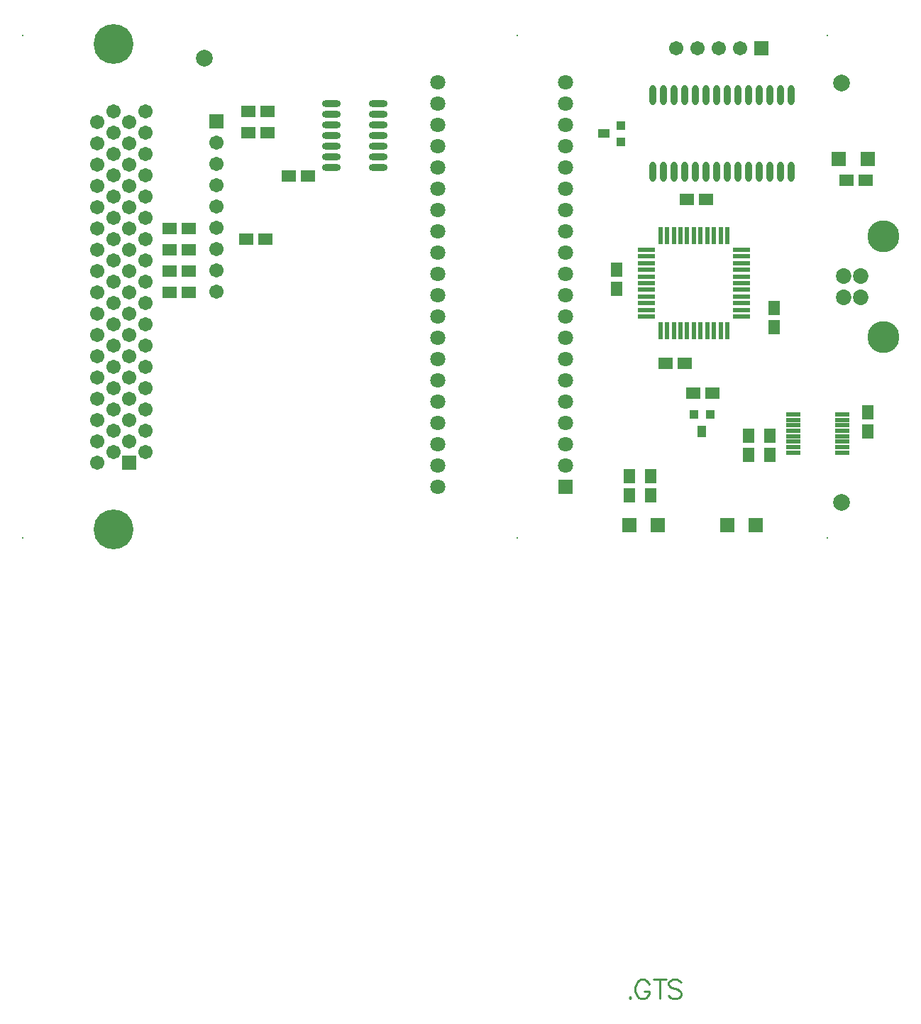
<source format=gts>
%FSLAX44Y44*%
%MOMM*%
G71*
G01*
G75*
%ADD10C,0.2000*%
%ADD11C,1.0000*%
%ADD12R,1.9050X0.4064*%
%ADD13R,0.4064X1.9050*%
%ADD14O,0.6000X2.2000*%
%ADD15R,0.9144X0.9144*%
%ADD16R,1.2700X0.9144*%
%ADD17R,1.5240X1.5240*%
%ADD18R,1.2700X1.5240*%
%ADD19R,1.5240X1.2700*%
%ADD20R,1.5000X0.4000*%
%ADD21R,0.9144X1.2700*%
%ADD22O,0.6000X2.2000*%
%ADD23O,2.0320X0.6096*%
%ADD24C,0.3000*%
%ADD25C,0.5000*%
%ADD26C,0.6000*%
%ADD27C,0.8000*%
%ADD28C,0.2540*%
%ADD29C,0.2286*%
%ADD30C,4.5500*%
%ADD31C,1.5000*%
%ADD32R,1.5000X1.5000*%
%ADD33C,1.6510*%
%ADD34C,3.6000*%
%ADD35C,1.6000*%
%ADD36R,1.6000X1.6000*%
%ADD37C,0.8000*%
%ADD38O,2.5400X0.7500*%
%ADD39R,2.5400X0.7500*%
%ADD40C,0.7000*%
%ADD41C,0.2500*%
%ADD42C,0.3048*%
%ADD43C,0.1500*%
%ADD44C,2.0000*%
%ADD45R,2.1082X0.6096*%
%ADD46R,0.6096X2.1082*%
%ADD47O,0.8032X2.4032*%
%ADD48R,1.1176X1.1176*%
%ADD49R,1.4732X1.1176*%
%ADD50R,1.7272X1.7272*%
%ADD51R,1.4732X1.7272*%
%ADD52R,1.7272X1.4732*%
%ADD53R,1.7032X0.6032*%
%ADD54R,1.1176X1.4732*%
%ADD55O,0.8032X2.4032*%
%ADD56O,2.2352X0.8128*%
%ADD57C,4.7532*%
%ADD58C,1.7032*%
%ADD59R,1.7032X1.7032*%
%ADD60C,1.8542*%
%ADD61C,3.8032*%
%ADD62C,1.8032*%
%ADD63C,0.2032*%
%ADD64R,1.8032X1.8032*%
D29*
X2872684Y1389144D02*
X2871596Y1388055D01*
X2872684Y1386967D01*
X2873772Y1388055D01*
X2872684Y1389144D01*
X2895104Y1404380D02*
X2894016Y1406557D01*
X2891839Y1408734D01*
X2889662Y1409822D01*
X2885309D01*
X2883132Y1408734D01*
X2880956Y1406557D01*
X2879867Y1404380D01*
X2878779Y1401115D01*
Y1395674D01*
X2879867Y1392409D01*
X2880956Y1390232D01*
X2883132Y1388055D01*
X2885309Y1386967D01*
X2889662D01*
X2891839Y1388055D01*
X2894016Y1390232D01*
X2895104Y1392409D01*
Y1395674D01*
X2889662D02*
X2895104D01*
X2907946Y1409822D02*
Y1386967D01*
X2900328Y1409822D02*
X2915565D01*
X2933522Y1406557D02*
X2931346Y1408734D01*
X2928080Y1409822D01*
X2923727D01*
X2920462Y1408734D01*
X2918286Y1406557D01*
Y1404380D01*
X2919374Y1402204D01*
X2920462Y1401115D01*
X2922639Y1400027D01*
X2929169Y1397850D01*
X2931346Y1396762D01*
X2932434Y1395674D01*
X2933522Y1393497D01*
Y1390232D01*
X2931346Y1388055D01*
X2928080Y1386967D01*
X2923727D01*
X2920462Y1388055D01*
X2918286Y1390232D01*
D44*
X2364916Y2509317D02*
D03*
X3124916Y1979317D02*
D03*
Y2479317D02*
D03*
D45*
X3005454Y2240661D02*
D03*
Y2200783D02*
D03*
Y2280539D02*
D03*
Y2232787D02*
D03*
X2891662Y2280539D02*
D03*
Y2272665D02*
D03*
Y2256663D02*
D03*
Y2240661D02*
D03*
X3005454Y2208657D02*
D03*
Y2248535D02*
D03*
Y2256663D02*
D03*
Y2264537D02*
D03*
Y2272665D02*
D03*
X2891662Y2264537D02*
D03*
Y2248535D02*
D03*
Y2224659D02*
D03*
Y2216785D02*
D03*
Y2208657D02*
D03*
Y2200783D02*
D03*
Y2232787D02*
D03*
X3005454Y2224659D02*
D03*
Y2216785D02*
D03*
D46*
X2980562Y2297557D02*
D03*
X2972688Y2183511D02*
D03*
X2980562D02*
D03*
X2964560D02*
D03*
X2956686D02*
D03*
X2988436Y2297557D02*
D03*
X2964560D02*
D03*
X2924682D02*
D03*
X2916808D02*
D03*
X2908680D02*
D03*
X2916808Y2183511D02*
D03*
X2924682D02*
D03*
X2932810D02*
D03*
X2988436D02*
D03*
X2932810Y2297557D02*
D03*
X2948558Y2183511D02*
D03*
X2940684Y2297557D02*
D03*
X2972688D02*
D03*
X2956686D02*
D03*
X2948558D02*
D03*
X2940684Y2183511D02*
D03*
X2908680D02*
D03*
D47*
X3026536Y2373197D02*
D03*
X2988436D02*
D03*
X3001136D02*
D03*
X3013836D02*
D03*
X3039236D02*
D03*
X2975736D02*
D03*
X2988436Y2465197D02*
D03*
X3001136D02*
D03*
X2924936D02*
D03*
X2899536Y2373197D02*
D03*
X2937636Y2465197D02*
D03*
X2950336D02*
D03*
X2912236Y2373197D02*
D03*
X2963036Y2465197D02*
D03*
X3051936D02*
D03*
X3026536D02*
D03*
X3039236D02*
D03*
X2899536D02*
D03*
X3013836D02*
D03*
X2912236D02*
D03*
X2975736D02*
D03*
X3064636Y2373197D02*
D03*
X3051936D02*
D03*
X2963036D02*
D03*
X2950336D02*
D03*
X2937636D02*
D03*
X2924936D02*
D03*
D48*
X2861436Y2409317D02*
D03*
Y2428367D02*
D03*
X2949066Y2084197D02*
D03*
X2968116D02*
D03*
D49*
X2841116Y2418969D02*
D03*
D50*
X3121786Y2388997D02*
D03*
X3156076D02*
D03*
X2871596Y1952117D02*
D03*
X2905886D02*
D03*
X2988436D02*
D03*
X3022726D02*
D03*
D51*
X2896996Y1987677D02*
D03*
Y2010537D02*
D03*
X3039236Y2058797D02*
D03*
Y2035937D02*
D03*
X3156076Y2086737D02*
D03*
Y2063877D02*
D03*
X3044316Y2188337D02*
D03*
Y2211197D02*
D03*
X2871596Y1987677D02*
D03*
X3013836Y2058797D02*
D03*
Y2035937D02*
D03*
X2856356Y2256917D02*
D03*
Y2234057D02*
D03*
X2871596Y2010537D02*
D03*
D52*
X3153536Y2363597D02*
D03*
X3130676D02*
D03*
X2914776Y2145157D02*
D03*
X2937636D02*
D03*
X2940176Y2340737D02*
D03*
X2963036D02*
D03*
X2488056Y2368677D02*
D03*
X2465196D02*
D03*
X2947796Y2109597D02*
D03*
X2970656D02*
D03*
X2416936Y2445867D02*
D03*
X2439796D02*
D03*
X2416936Y2420467D02*
D03*
X2439796D02*
D03*
X2322930Y2306167D02*
D03*
X2345790D02*
D03*
Y2280767D02*
D03*
X2322930D02*
D03*
X2414396Y2293467D02*
D03*
X2437256D02*
D03*
X2322930Y2255367D02*
D03*
X2345790D02*
D03*
X2322930Y2229967D02*
D03*
X2345790D02*
D03*
D53*
X3067596Y2051477D02*
D03*
Y2057977D02*
D03*
X3125596Y2044977D02*
D03*
Y2038477D02*
D03*
Y2051477D02*
D03*
Y2070977D02*
D03*
Y2083977D02*
D03*
X3067596Y2038477D02*
D03*
Y2044977D02*
D03*
Y2064477D02*
D03*
Y2070977D02*
D03*
Y2077477D02*
D03*
Y2083977D02*
D03*
X3125596Y2057977D02*
D03*
Y2064477D02*
D03*
Y2077477D02*
D03*
D54*
X2958464Y2063877D02*
D03*
D55*
X3064636Y2465197D02*
D03*
D56*
X2571876Y2455037D02*
D03*
X2515996D02*
D03*
Y2442337D02*
D03*
Y2429637D02*
D03*
Y2416937D02*
D03*
Y2404237D02*
D03*
Y2391537D02*
D03*
Y2378837D02*
D03*
X2571876Y2442337D02*
D03*
Y2429637D02*
D03*
Y2378837D02*
D03*
Y2391537D02*
D03*
Y2404237D02*
D03*
Y2416937D02*
D03*
D57*
X2255866Y2525867D02*
D03*
Y1946767D02*
D03*
D58*
Y2445867D02*
D03*
X2236816Y2433167D02*
D03*
X2293966Y2445867D02*
D03*
X2274916Y2433167D02*
D03*
X2255866Y2420467D02*
D03*
X2236816Y2407767D02*
D03*
X2293966Y2420467D02*
D03*
X2274916Y2407767D02*
D03*
X2255866Y2395067D02*
D03*
X2236816Y2382367D02*
D03*
X2293966Y2395067D02*
D03*
X2274916Y2382367D02*
D03*
X2255866Y2369667D02*
D03*
X2236816Y2356967D02*
D03*
X2293966Y2369667D02*
D03*
X2274916Y2356967D02*
D03*
X2255866Y2344267D02*
D03*
X2236816Y2331567D02*
D03*
X2293966Y2344267D02*
D03*
X2274916Y2331567D02*
D03*
X2255866Y2318867D02*
D03*
X2236816Y2306167D02*
D03*
X2293966Y2318867D02*
D03*
X2274916Y2306167D02*
D03*
X2255866Y2293467D02*
D03*
X2236816Y2280767D02*
D03*
X2293966Y2293467D02*
D03*
X2274916Y2280767D02*
D03*
X2255866Y2268067D02*
D03*
X2236816Y2255367D02*
D03*
X2293966Y2268067D02*
D03*
X2274916Y2255367D02*
D03*
X2255866Y2242667D02*
D03*
X2236816Y2229967D02*
D03*
X2293966Y2242667D02*
D03*
X2274916Y2229967D02*
D03*
X2255866Y2217267D02*
D03*
X2236816Y2204567D02*
D03*
X2293966Y2217267D02*
D03*
X2274916Y2204567D02*
D03*
X2255866Y2191867D02*
D03*
X2236816Y2179167D02*
D03*
X2293966Y2191867D02*
D03*
X2274916Y2179167D02*
D03*
X2255866Y2166467D02*
D03*
X2236816Y2153767D02*
D03*
X2293966Y2166467D02*
D03*
X2274916Y2153767D02*
D03*
X2255866Y2141067D02*
D03*
X2236816Y2128367D02*
D03*
X2293966Y2141067D02*
D03*
X2274916Y2128367D02*
D03*
X2255866Y2115667D02*
D03*
X2236816Y2102967D02*
D03*
X2293966Y2115667D02*
D03*
X2274916Y2102967D02*
D03*
X2255866Y2090267D02*
D03*
X2236816Y2077567D02*
D03*
X2293966Y2090267D02*
D03*
X2274916Y2077567D02*
D03*
X2255866Y2064867D02*
D03*
X2236816Y2052167D02*
D03*
X2293966Y2064867D02*
D03*
X2274916Y2052167D02*
D03*
X2255866Y2039467D02*
D03*
X2236816Y2026767D02*
D03*
X2293966Y2039467D02*
D03*
X2952876Y2521077D02*
D03*
X2978276D02*
D03*
X3003676D02*
D03*
X2927476D02*
D03*
X2378836Y2255517D02*
D03*
Y2230117D02*
D03*
Y2280917D02*
D03*
Y2331717D02*
D03*
Y2407917D02*
D03*
Y2382517D02*
D03*
Y2357117D02*
D03*
Y2306317D02*
D03*
D59*
X2274916Y2026767D02*
D03*
X3029076Y2521077D02*
D03*
X2378836Y2433317D02*
D03*
D60*
X3147416Y2248817D02*
D03*
Y2223817D02*
D03*
X3127416Y2248817D02*
D03*
Y2223817D02*
D03*
D61*
X3174516Y2296517D02*
D03*
Y2176117D02*
D03*
D62*
X2642996Y2353437D02*
D03*
Y1997837D02*
D03*
Y2023237D02*
D03*
Y2048637D02*
D03*
Y2074037D02*
D03*
Y2099437D02*
D03*
Y2124837D02*
D03*
Y2150237D02*
D03*
Y2175637D02*
D03*
Y2201037D02*
D03*
Y2226437D02*
D03*
Y2251837D02*
D03*
Y2277237D02*
D03*
Y2302637D02*
D03*
Y2328037D02*
D03*
Y2378837D02*
D03*
Y2404237D02*
D03*
Y2429637D02*
D03*
Y2455037D02*
D03*
Y2480437D02*
D03*
X2795396D02*
D03*
Y2455037D02*
D03*
Y2429637D02*
D03*
Y2404237D02*
D03*
Y2378837D02*
D03*
Y2353437D02*
D03*
Y2328037D02*
D03*
Y2302637D02*
D03*
Y2277237D02*
D03*
Y2251837D02*
D03*
Y2226437D02*
D03*
Y2201037D02*
D03*
Y2175637D02*
D03*
Y2150237D02*
D03*
Y2124837D02*
D03*
Y2099437D02*
D03*
Y2074037D02*
D03*
Y2048637D02*
D03*
Y2023237D02*
D03*
D63*
X2147916Y1936317D02*
D03*
Y2536317D02*
D03*
X3107916D02*
D03*
X2737916D02*
D03*
X3107916Y1936317D02*
D03*
X2737916D02*
D03*
D64*
X2795396Y1997837D02*
D03*
M02*

</source>
